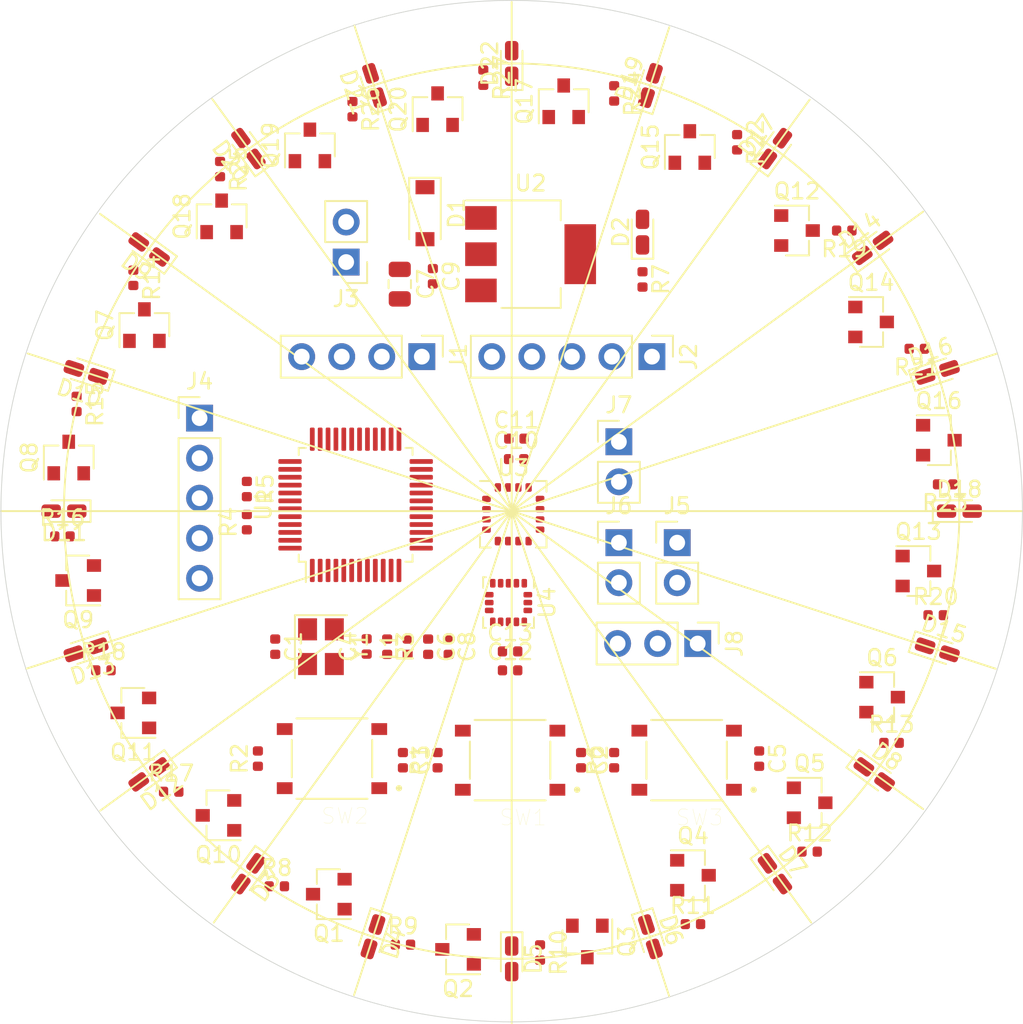
<source format=kicad_pcb>
(kicad_pcb (version 20171130) (host pcbnew "(5.1.5)-3")
  (layers (0 F.Cu signal) (31 B.Cu signal) (34 B.Paste user) (35 F.Paste user) (36 B.SilkS user) (37 F.SilkS user) (38 B.Mask user) (39 F.Mask user) (44 Edge.Cuts user))
  (net 0 "")
  (net 1 GND)
  (net 2 /HSE_IN)
  (net 3 /NRST)
  (net 4 /BOOT0)
  (net 5 "Net-(C4-Pad1)")
  (net 6 /SW1)
  (net 7 +3.3VA)
  (net 8 "Net-(C7-Pad1)")
  (net 9 +3V3)
  (net 10 VCC)
  (net 11 "Net-(D2-Pad1)")
  (net 12 "Net-(D3-Pad1)")
  (net 13 "Net-(D4-Pad1)")
  (net 14 "Net-(D5-Pad1)")
  (net 15 "Net-(D6-Pad1)")
  (net 16 "Net-(D7-Pad1)")
  (net 17 "Net-(D8-Pad1)")
  (net 18 "Net-(D9-Pad1)")
  (net 19 "Net-(D10-Pad1)")
  (net 20 "Net-(D11-Pad1)")
  (net 21 "Net-(D12-Pad1)")
  (net 22 "Net-(D13-Pad1)")
  (net 23 "Net-(D14-Pad1)")
  (net 24 "Net-(D15-Pad1)")
  (net 25 "Net-(D16-Pad1)")
  (net 26 "Net-(D17-Pad1)")
  (net 27 "Net-(D18-Pad1)")
  (net 28 "Net-(D19-Pad1)")
  (net 29 "Net-(D20-Pad1)")
  (net 30 "Net-(D21-Pad1)")
  (net 31 "Net-(D22-Pad1)")
  (net 32 "Net-(J1-Pad2)")
  (net 33 "Net-(J1-Pad1)")
  (net 34 /IO5)
  (net 35 /IO4)
  (net 36 /IO3)
  (net 37 /IO2)
  (net 38 /IO1)
  (net 39 /SWDIO)
  (net 40 "Net-(J4-Pad3)")
  (net 41 /SWCLK)
  (net 42 "Net-(J4-Pad1)")
  (net 43 /ADC2)
  (net 44 /ADC1)
  (net 45 "Net-(J6-Pad2)")
  (net 46 "Net-(J6-Pad1)")
  (net 47 "Net-(J7-Pad2)")
  (net 48 "Net-(J7-Pad1)")
  (net 49 "Net-(J8-Pad3)")
  (net 50 "Net-(J8-Pad2)")
  (net 51 "Net-(J8-Pad1)")
  (net 52 "Net-(Q1-Pad3)")
  (net 53 /LED1)
  (net 54 "Net-(Q2-Pad3)")
  (net 55 /LED2)
  (net 56 "Net-(Q3-Pad3)")
  (net 57 /LED3)
  (net 58 "Net-(Q4-Pad3)")
  (net 59 /LED4)
  (net 60 "Net-(Q5-Pad3)")
  (net 61 /LED5)
  (net 62 "Net-(Q6-Pad3)")
  (net 63 /LED6)
  (net 64 "Net-(Q7-Pad3)")
  (net 65 /LED7)
  (net 66 "Net-(Q8-Pad3)")
  (net 67 /LED8)
  (net 68 "Net-(Q9-Pad3)")
  (net 69 /LED9)
  (net 70 "Net-(Q10-Pad3)")
  (net 71 /LED10)
  (net 72 "Net-(Q11-Pad3)")
  (net 73 /LED11)
  (net 74 "Net-(Q12-Pad3)")
  (net 75 /LED12)
  (net 76 "Net-(Q13-Pad3)")
  (net 77 /LED13)
  (net 78 "Net-(Q14-Pad3)")
  (net 79 /LED14)
  (net 80 "Net-(Q15-Pad3)")
  (net 81 /LED15)
  (net 82 "Net-(Q16-Pad3)")
  (net 83 /LED16)
  (net 84 "Net-(Q17-Pad3)")
  (net 85 /LED17)
  (net 86 "Net-(Q18-Pad3)")
  (net 87 /LED18)
  (net 88 "Net-(Q19-Pad3)")
  (net 89 /LED19)
  (net 90 "Net-(Q20-Pad3)")
  (net 91 /LED20)
  (net 92 /HSE_OUT)
  (net 93 /SDA)
  (net 94 /SCL)
  (net 95 /MOSI)
  (net 96 /MISO)
  (net 97 /SCK)
  (net 98 /CS1)
  (net 99 /CS2)
  (net 100 "Net-(U4-Pad3)")
  (net 101 "Net-(U4-Pad2)")
  (module Crystal:Crystal_SMD_3225-4Pin_3.2x2.5mm (layer F.Cu) (at 108.8 129.6 270)
    (fp_text reference Y1 (at 0 -2.45 90) (layer F.SilkS))
    (fp_text value 16MHz)
    (pad 4 smd rect (at -1.1 -0.85 270) (size 1.4 1.2) (layers F.Cu F.Paste F.Mask) (net 1 GND))
    (pad 3 smd rect (at 1.1 -0.85 270) (size 1.4 1.2) (layers F.Cu F.Paste F.Mask) (net 5 "Net-(C4-Pad1)"))
    (pad 2 smd rect (at 1.1 0.85 270) (size 1.4 1.2) (layers F.Cu F.Paste F.Mask) (net 1 GND))
    (pad 1 smd rect (at -1.1 0.85 270) (size 1.4 1.2) (layers F.Cu F.Paste F.Mask) (net 2 /HSE_IN))
  )
  (module Package_LGA:LGA-16_3x3mm_P0.5mm_LayoutBorder3x5y (layer F.Cu) (at 120.7 126.8 270)
    (fp_text reference U4 (at 0 -2.45 90) (layer F.SilkS))
    (fp_text value LIS3DH)
    (pad 16 smd roundrect (at -0.5 -1.225 270) (size 0.35 0.55) (layers F.Cu F.Paste F.Mask) (net 51 "Net-(J8-Pad1)"))
    (pad 15 smd roundrect (at 0 -1.225 270) (size 0.35 0.55) (layers F.Cu F.Paste F.Mask) (net 50 "Net-(J8-Pad2)"))
    (pad 14 smd roundrect (at 0.5 -1.225 270) (size 0.35 0.55) (layers F.Cu F.Paste F.Mask) (net 9 +3V3))
    (pad 13 smd roundrect (at 1.225 -1 270) (size 0.55 0.35) (layers F.Cu F.Paste F.Mask) (net 49 "Net-(J8-Pad3)"))
    (pad 12 smd roundrect (at 1.225 -0.5 270) (size 0.55 0.35) (layers F.Cu F.Paste F.Mask) (net 1 GND))
    (pad 11 smd roundrect (at 1.225 0 270) (size 0.55 0.35) (layers F.Cu F.Paste F.Mask) (net 45 "Net-(J6-Pad2)"))
    (pad 10 smd roundrect (at 1.225 0.5 270) (size 0.55 0.35) (layers F.Cu F.Paste F.Mask) (net 1 GND))
    (pad 9 smd roundrect (at 1.225 1 270) (size 0.55 0.35) (layers F.Cu F.Paste F.Mask) (net 46 "Net-(J6-Pad1)"))
    (pad 8 smd roundrect (at 0.5 1.225 270) (size 0.35 0.55) (layers F.Cu F.Paste F.Mask) (net 98 /CS1))
    (pad 7 smd roundrect (at 0 1.225 270) (size 0.35 0.55) (layers F.Cu F.Paste F.Mask) (net 96 /MISO))
    (pad 6 smd roundrect (at -0.5 1.225 270) (size 0.35 0.55) (layers F.Cu F.Paste F.Mask) (net 95 /MOSI))
    (pad 5 smd roundrect (at -1.225 1 270) (size 0.55 0.35) (layers F.Cu F.Paste F.Mask) (net 1 GND))
    (pad 4 smd roundrect (at -1.225 0.5 270) (size 0.55 0.35) (layers F.Cu F.Paste F.Mask) (net 97 /SCK))
    (pad 3 smd roundrect (at -1.225 0 270) (size 0.55 0.35) (layers F.Cu F.Paste F.Mask) (net 100 "Net-(U4-Pad3)"))
    (pad 2 smd roundrect (at -1.225 -0.5 270) (size 0.55 0.35) (layers F.Cu F.Paste F.Mask) (net 101 "Net-(U4-Pad2)"))
    (pad 1 smd roundrect (at -1.225 -1 270) (size 0.55 0.35) (layers F.Cu F.Paste F.Mask) (net 7 +3.3VA))
  )
  (module Package_LGA:LGA-16_4x4mm_P0.65mm_LayoutBorder4x4y (layer F.Cu) (at 121 121.2)
    (fp_text reference U3 (at 0 -2.95) (layer F.SilkS))
    (fp_text value L3GD20)
    (pad 16 smd roundrect (at -0.975 -1.7) (size 0.4 0.55) (layers F.Cu F.Paste F.Mask) (net 9 +3V3))
    (pad 15 smd roundrect (at -0.325 -1.7) (size 0.4 0.55) (layers F.Cu F.Paste F.Mask) (net 9 +3V3))
    (pad 14 smd roundrect (at 0.325 -1.7) (size 0.4 0.55) (layers F.Cu F.Paste F.Mask) (net 1 GND))
    (pad 13 smd roundrect (at 0.975 -1.7) (size 0.4 0.55) (layers F.Cu F.Paste F.Mask) (net 1 GND))
    (pad 12 smd roundrect (at 1.7 -0.975) (size 0.55 0.4) (layers F.Cu F.Paste F.Mask) (net 1 GND))
    (pad 11 smd roundrect (at 1.7 -0.325) (size 0.55 0.4) (layers F.Cu F.Paste F.Mask) (net 1 GND))
    (pad 10 smd roundrect (at 1.7 0.325) (size 0.55 0.4) (layers F.Cu F.Paste F.Mask) (net 1 GND))
    (pad 9 smd roundrect (at 1.7 0.975) (size 0.55 0.4) (layers F.Cu F.Paste F.Mask) (net 1 GND))
    (pad 8 smd roundrect (at 0.975 1.7) (size 0.4 0.55) (layers F.Cu F.Paste F.Mask) (net 1 GND))
    (pad 7 smd roundrect (at 0.325 1.7) (size 0.4 0.55) (layers F.Cu F.Paste F.Mask) (net 48 "Net-(J7-Pad1)"))
    (pad 6 smd roundrect (at -0.325 1.7) (size 0.4 0.55) (layers F.Cu F.Paste F.Mask) (net 47 "Net-(J7-Pad2)"))
    (pad 5 smd roundrect (at -0.975 1.7) (size 0.4 0.55) (layers F.Cu F.Paste F.Mask) (net 99 /CS2))
    (pad 4 smd roundrect (at -1.7 0.975) (size 0.55 0.4) (layers F.Cu F.Paste F.Mask) (net 96 /MISO))
    (pad 3 smd roundrect (at -1.7 0.325) (size 0.55 0.4) (layers F.Cu F.Paste F.Mask) (net 95 /MOSI))
    (pad 2 smd roundrect (at -1.7 -0.325) (size 0.55 0.4) (layers F.Cu F.Paste F.Mask) (net 97 /SCK))
    (pad 1 smd roundrect (at -1.7 -0.975) (size 0.55 0.4) (layers F.Cu F.Paste F.Mask) (net 7 +3.3VA))
  )
  (module Package_TO_SOT_SMD:SOT-223-3_TabPin2 (layer F.Cu) (at 122.1 104.7)
    (fp_text reference U2 (at 0 -4.5) (layer F.SilkS))
    (fp_text value AMS1117-3.3)
    (pad 1 smd rect (at -3.15 -2.3) (size 2 1.5) (layers F.Cu F.Paste F.Mask) (net 1 GND))
    (pad 3 smd rect (at -3.15 2.3) (size 2 1.5) (layers F.Cu F.Paste F.Mask) (net 8 "Net-(C7-Pad1)"))
    (pad 2 smd rect (at -3.15 0) (size 2 1.5) (layers F.Cu F.Paste F.Mask) (net 9 +3V3))
    (pad 2 smd rect (at 3.15 0) (size 2 3.8) (layers F.Cu F.Paste F.Mask) (net 9 +3V3))
  )
  (module Package_QFP:LQFP-48_7x7mm_P0.5mm (layer F.Cu) (at 111 120.6 90)
    (fp_text reference U1 (at 0 -5.85 90) (layer F.SilkS))
    (fp_text value STM32F030C8Tx)
    (pad 48 smd roundrect (at -2.75 -4.1625 90) (size 0.3 1.475) (layers F.Cu F.Paste F.Mask) (net 9 +3V3))
    (pad 47 smd roundrect (at -2.25 -4.1625 90) (size 0.3 1.475) (layers F.Cu F.Paste F.Mask) (net 1 GND))
    (pad 46 smd roundrect (at -1.75 -4.1625 90) (size 0.3 1.475) (layers F.Cu F.Paste F.Mask) (net 73 /LED11))
    (pad 45 smd roundrect (at -1.25 -4.1625 90) (size 0.3 1.475) (layers F.Cu F.Paste F.Mask) (net 71 /LED10))
    (pad 44 smd roundrect (at -0.75 -4.1625 90) (size 0.3 1.475) (layers F.Cu F.Paste F.Mask) (net 4 /BOOT0))
    (pad 43 smd roundrect (at -0.25 -4.1625 90) (size 0.3 1.475) (layers F.Cu F.Paste F.Mask) (net 93 /SDA))
    (pad 42 smd roundrect (at 0.25 -4.1625 90) (size 0.3 1.475) (layers F.Cu F.Paste F.Mask) (net 94 /SCL))
    (pad 41 smd roundrect (at 0.75 -4.1625 90) (size 0.3 1.475) (layers F.Cu F.Paste F.Mask) (net 69 /LED9))
    (pad 40 smd roundrect (at 1.25 -4.1625 90) (size 0.3 1.475) (layers F.Cu F.Paste F.Mask) (net 67 /LED8))
    (pad 39 smd roundrect (at 1.75 -4.1625 90) (size 0.3 1.475) (layers F.Cu F.Paste F.Mask) (net 65 /LED7))
    (pad 38 smd roundrect (at 2.25 -4.1625 90) (size 0.3 1.475) (layers F.Cu F.Paste F.Mask) (net 87 /LED18))
    (pad 37 smd roundrect (at 2.75 -4.1625 90) (size 0.3 1.475) (layers F.Cu F.Paste F.Mask) (net 41 /SWCLK))
    (pad 36 smd roundrect (at 4.1625 -2.75 90) (size 1.475 0.3) (layers F.Cu F.Paste F.Mask) (net 37 /IO2))
    (pad 35 smd roundrect (at 4.1625 -2.25 90) (size 1.475 0.3) (layers F.Cu F.Paste F.Mask) (net 38 /IO1))
    (pad 34 smd roundrect (at 4.1625 -1.75 90) (size 1.475 0.3) (layers F.Cu F.Paste F.Mask) (net 39 /SWDIO))
    (pad 33 smd roundrect (at 4.1625 -1.25 90) (size 1.475 0.3) (layers F.Cu F.Paste F.Mask) (net 89 /LED19))
    (pad 32 smd roundrect (at 4.1625 -0.75 90) (size 1.475 0.3) (layers F.Cu F.Paste F.Mask) (net 91 /LED20))
    (pad 31 smd roundrect (at 4.1625 -0.25 90) (size 1.475 0.3) (layers F.Cu F.Paste F.Mask) (net 34 /IO5))
    (pad 30 smd roundrect (at 4.1625 0.25 90) (size 1.475 0.3) (layers F.Cu F.Paste F.Mask) (net 35 /IO4))
    (pad 29 smd roundrect (at 4.1625 0.75 90) (size 1.475 0.3) (layers F.Cu F.Paste F.Mask) (net 36 /IO3))
    (pad 28 smd roundrect (at 4.1625 1.25 90) (size 1.475 0.3) (layers F.Cu F.Paste F.Mask) (net 85 /LED17))
    (pad 27 smd roundrect (at 4.1625 1.75 90) (size 1.475 0.3) (layers F.Cu F.Paste F.Mask) (net 83 /LED16))
    (pad 26 smd roundrect (at 4.1625 2.25 90) (size 1.475 0.3) (layers F.Cu F.Paste F.Mask) (net 81 /LED15))
    (pad 25 smd roundrect (at 4.1625 2.75 90) (size 1.475 0.3) (layers F.Cu F.Paste F.Mask) (net 79 /LED14))
    (pad 24 smd roundrect (at 2.75 4.1625 90) (size 0.3 1.475) (layers F.Cu F.Paste F.Mask) (net 9 +3V3))
    (pad 23 smd roundrect (at 2.25 4.1625 90) (size 0.3 1.475) (layers F.Cu F.Paste F.Mask) (net 1 GND))
    (pad 22 smd roundrect (at 1.75 4.1625 90) (size 0.3 1.475) (layers F.Cu F.Paste F.Mask) (net 77 /LED13))
    (pad 21 smd roundrect (at 1.25 4.1625 90) (size 0.3 1.475) (layers F.Cu F.Paste F.Mask) (net 75 /LED12))
    (pad 20 smd roundrect (at 0.75 4.1625 90) (size 0.3 1.475) (layers F.Cu F.Paste F.Mask) (net 63 /LED6))
    (pad 19 smd roundrect (at 0.25 4.1625 90) (size 0.3 1.475) (layers F.Cu F.Paste F.Mask) (net 61 /LED5))
    (pad 18 smd roundrect (at -0.25 4.1625 90) (size 0.3 1.475) (layers F.Cu F.Paste F.Mask) (net 59 /LED4))
    (pad 17 smd roundrect (at -0.75 4.1625 90) (size 0.3 1.475) (layers F.Cu F.Paste F.Mask) (net 95 /MOSI))
    (pad 16 smd roundrect (at -1.25 4.1625 90) (size 0.3 1.475) (layers F.Cu F.Paste F.Mask) (net 96 /MISO))
    (pad 15 smd roundrect (at -1.75 4.1625 90) (size 0.3 1.475) (layers F.Cu F.Paste F.Mask) (net 97 /SCK))
    (pad 14 smd roundrect (at -2.25 4.1625 90) (size 0.3 1.475) (layers F.Cu F.Paste F.Mask) (net 98 /CS1))
    (pad 13 smd roundrect (at -2.75 4.1625 90) (size 0.3 1.475) (layers F.Cu F.Paste F.Mask) (net 99 /CS2))
    (pad 12 smd roundrect (at -4.1625 2.75 90) (size 1.475 0.3) (layers F.Cu F.Paste F.Mask) (net 6 /SW1))
    (pad 11 smd roundrect (at -4.1625 2.25 90) (size 1.475 0.3) (layers F.Cu F.Paste F.Mask) (net 43 /ADC2))
    (pad 10 smd roundrect (at -4.1625 1.75 90) (size 1.475 0.3) (layers F.Cu F.Paste F.Mask) (net 44 /ADC1))
    (pad 9 smd roundrect (at -4.1625 1.25 90) (size 1.475 0.3) (layers F.Cu F.Paste F.Mask) (net 7 +3.3VA))
    (pad 8 smd roundrect (at -4.1625 0.75 90) (size 1.475 0.3) (layers F.Cu F.Paste F.Mask) (net 1 GND))
    (pad 7 smd roundrect (at -4.1625 0.25 90) (size 1.475 0.3) (layers F.Cu F.Paste F.Mask) (net 3 /NRST))
    (pad 6 smd roundrect (at -4.1625 -0.25 90) (size 1.475 0.3) (layers F.Cu F.Paste F.Mask) (net 92 /HSE_OUT))
    (pad 5 smd roundrect (at -4.1625 -0.75 90) (size 1.475 0.3) (layers F.Cu F.Paste F.Mask) (net 2 /HSE_IN))
    (pad 4 smd roundrect (at -4.1625 -1.25 90) (size 1.475 0.3) (layers F.Cu F.Paste F.Mask) (net 57 /LED3))
    (pad 3 smd roundrect (at -4.1625 -1.75 90) (size 1.475 0.3) (layers F.Cu F.Paste F.Mask) (net 55 /LED2))
    (pad 2 smd roundrect (at -4.1625 -2.25 90) (size 1.475 0.3) (layers F.Cu F.Paste F.Mask) (net 53 /LED1))
    (pad 1 smd roundrect (at -4.1625 -2.75 90) (size 1.475 0.3) (layers F.Cu F.Paste F.Mask) (net 9 +3V3))
  )
  (module LCSC:SW_TS-1187A-B-A-B (layer F.Cu) (at 132 136.8 180)
    (fp_text reference SW3 (at -0.825 -3.635) (layer F.SilkS) (effects (font (thickness 0.015))))
    (fp_text value SPT)
    (pad D smd rect (at 3 1.875 180) (size 1 0.75) (layers F.Cu F.Paste F.Mask) (net 6 /SW1))
    (pad C smd rect (at -3 1.875 180) (size 1 0.75) (layers F.Cu F.Paste F.Mask) (net 6 /SW1))
    (pad B smd rect (at 3 -1.875 180) (size 1 0.75) (layers F.Cu F.Paste F.Mask) (net 1 GND))
    (pad A smd rect (at -3 -1.875 180) (size 1 0.75) (layers F.Cu F.Paste F.Mask) (net 1 GND))
  )
  (module LCSC:SW_TS-1187A-B-A-B (layer F.Cu) (at 109.5 136.7 180)
    (fp_text reference SW2 (at -0.825 -3.635) (layer F.SilkS) (effects (font (thickness 0.015))))
    (fp_text value SPT)
    (pad D smd rect (at 3 1.875 180) (size 1 0.75) (layers F.Cu F.Paste F.Mask) (net 4 /BOOT0))
    (pad C smd rect (at -3 1.875 180) (size 1 0.75) (layers F.Cu F.Paste F.Mask) (net 4 /BOOT0))
    (pad B smd rect (at 3 -1.875 180) (size 1 0.75) (layers F.Cu F.Paste F.Mask) (net 1 GND))
    (pad A smd rect (at -3 -1.875 180) (size 1 0.75) (layers F.Cu F.Paste F.Mask) (net 1 GND))
  )
  (module LCSC:SW_TS-1187A-B-A-B (layer F.Cu) (at 120.8 136.8 180)
    (fp_text reference SW1 (at -0.825 -3.635) (layer F.SilkS) (effects (font (thickness 0.015))))
    (fp_text value SPT)
    (pad D smd rect (at 3 1.875 180) (size 1 0.75) (layers F.Cu F.Paste F.Mask) (net 3 /NRST))
    (pad C smd rect (at -3 1.875 180) (size 1 0.75) (layers F.Cu F.Paste F.Mask) (net 3 /NRST))
    (pad B smd rect (at 3 -1.875 180) (size 1 0.75) (layers F.Cu F.Paste F.Mask) (net 1 GND))
    (pad A smd rect (at -3 -1.875 180) (size 1 0.75) (layers F.Cu F.Paste F.Mask) (net 1 GND))
  )
  (module Resistor_SMD:R_0402_1005Metric (layer F.Cu) (at 119.1 93.5 270)
    (fp_text reference R27 (at 0 -1.17 90) (layer F.SilkS))
    (fp_text value 75)
    (pad 2 smd roundrect (at 0.485 0 270) (size 0.59 0.64) (layers F.Cu F.Paste F.Mask) (net 90 "Net-(Q20-Pad3)"))
    (pad 1 smd roundrect (at -0.485 0 270) (size 0.59 0.64) (layers F.Cu F.Paste F.Mask) (net 31 "Net-(D22-Pad1)"))
  )
  (module Resistor_SMD:R_0402_1005Metric (layer F.Cu) (at 110.8 95.5 270)
    (fp_text reference R26 (at 0 -1.17 90) (layer F.SilkS))
    (fp_text value 75)
    (pad 2 smd roundrect (at 0.485 0 270) (size 0.59 0.64) (layers F.Cu F.Paste F.Mask) (net 88 "Net-(Q19-Pad3)"))
    (pad 1 smd roundrect (at -0.485 0 270) (size 0.59 0.64) (layers F.Cu F.Paste F.Mask) (net 30 "Net-(D21-Pad1)"))
  )
  (module Resistor_SMD:R_0402_1005Metric (layer F.Cu) (at 102.4 99.3 270)
    (fp_text reference R25 (at 0 -1.17 90) (layer F.SilkS))
    (fp_text value 75)
    (pad 2 smd roundrect (at 0.485 0 270) (size 0.59 0.64) (layers F.Cu F.Paste F.Mask) (net 86 "Net-(Q18-Pad3)"))
    (pad 1 smd roundrect (at -0.485 0 270) (size 0.59 0.64) (layers F.Cu F.Paste F.Mask) (net 29 "Net-(D20-Pad1)"))
  )
  (module Resistor_SMD:R_0402_1005Metric (layer F.Cu) (at 127.4 94.5 270)
    (fp_text reference R24 (at 0 -1.17 90) (layer F.SilkS))
    (fp_text value 75)
    (pad 2 smd roundrect (at 0.485 0 270) (size 0.59 0.64) (layers F.Cu F.Paste F.Mask) (net 84 "Net-(Q17-Pad3)"))
    (pad 1 smd roundrect (at -0.485 0 270) (size 0.59 0.64) (layers F.Cu F.Paste F.Mask) (net 28 "Net-(D19-Pad1)"))
  )
  (module Resistor_SMD:R_0402_1005Metric (layer F.Cu) (at 148.4 119.3 180)
    (fp_text reference R23 (at 0 -1.17) (layer F.SilkS))
    (fp_text value 75)
    (pad 2 smd roundrect (at 0.485 0 180) (size 0.59 0.64) (layers F.Cu F.Paste F.Mask) (net 82 "Net-(Q16-Pad3)"))
    (pad 1 smd roundrect (at -0.485 0 180) (size 0.59 0.64) (layers F.Cu F.Paste F.Mask) (net 27 "Net-(D18-Pad1)"))
  )
  (module Resistor_SMD:R_0402_1005Metric (layer F.Cu) (at 135.2 97.6 270)
    (fp_text reference R22 (at 0 -1.17 90) (layer F.SilkS))
    (fp_text value 75)
    (pad 2 smd roundrect (at 0.485 0 270) (size 0.59 0.64) (layers F.Cu F.Paste F.Mask) (net 80 "Net-(Q15-Pad3)"))
    (pad 1 smd roundrect (at -0.485 0 270) (size 0.59 0.64) (layers F.Cu F.Paste F.Mask) (net 26 "Net-(D17-Pad1)"))
  )
  (module Resistor_SMD:R_0402_1005Metric (layer F.Cu) (at 146.6 110.7 180)
    (fp_text reference R21 (at 0 -1.17) (layer F.SilkS))
    (fp_text value 75)
    (pad 2 smd roundrect (at 0.485 0 180) (size 0.59 0.64) (layers F.Cu F.Paste F.Mask) (net 78 "Net-(Q14-Pad3)"))
    (pad 1 smd roundrect (at -0.485 0 180) (size 0.59 0.64) (layers F.Cu F.Paste F.Mask) (net 25 "Net-(D16-Pad1)"))
  )
  (module Resistor_SMD:R_0402_1005Metric (layer F.Cu) (at 147.8 127.6)
    (fp_text reference R20 (at 0 -1.17) (layer F.SilkS))
    (fp_text value 75)
    (pad 2 smd roundrect (at 0.485 0) (size 0.59 0.64) (layers F.Cu F.Paste F.Mask) (net 76 "Net-(Q13-Pad3)"))
    (pad 1 smd roundrect (at -0.485 0) (size 0.59 0.64) (layers F.Cu F.Paste F.Mask) (net 24 "Net-(D15-Pad1)"))
  )
  (module Resistor_SMD:R_0402_1005Metric (layer F.Cu) (at 142 103.2 180)
    (fp_text reference R19 (at 0 -1.17) (layer F.SilkS))
    (fp_text value 75)
    (pad 2 smd roundrect (at 0.485 0 180) (size 0.59 0.64) (layers F.Cu F.Paste F.Mask) (net 74 "Net-(Q12-Pad3)"))
    (pad 1 smd roundrect (at -0.485 0 180) (size 0.59 0.64) (layers F.Cu F.Paste F.Mask) (net 23 "Net-(D14-Pad1)"))
  )
  (module Resistor_SMD:R_0402_1005Metric (layer F.Cu) (at 95 131.1)
    (fp_text reference R18 (at 0 -1.17) (layer F.SilkS))
    (fp_text value 75)
    (pad 2 smd roundrect (at 0.485 0) (size 0.59 0.64) (layers F.Cu F.Paste F.Mask) (net 72 "Net-(Q11-Pad3)"))
    (pad 1 smd roundrect (at -0.485 0) (size 0.59 0.64) (layers F.Cu F.Paste F.Mask) (net 22 "Net-(D13-Pad1)"))
  )
  (module Resistor_SMD:R_0402_1005Metric (layer F.Cu) (at 99.3 138.8)
    (fp_text reference R17 (at 0 -1.17) (layer F.SilkS))
    (fp_text value 75)
    (pad 2 smd roundrect (at 0.485 0) (size 0.59 0.64) (layers F.Cu F.Paste F.Mask) (net 70 "Net-(Q10-Pad3)"))
    (pad 1 smd roundrect (at -0.485 0) (size 0.59 0.64) (layers F.Cu F.Paste F.Mask) (net 21 "Net-(D12-Pad1)"))
  )
  (module Resistor_SMD:R_0402_1005Metric (layer F.Cu) (at 92.4 122.6)
    (fp_text reference R16 (at 0 -1.17) (layer F.SilkS))
    (fp_text value 75)
    (pad 2 smd roundrect (at 0.485 0) (size 0.59 0.64) (layers F.Cu F.Paste F.Mask) (net 68 "Net-(Q9-Pad3)"))
    (pad 1 smd roundrect (at -0.485 0) (size 0.59 0.64) (layers F.Cu F.Paste F.Mask) (net 20 "Net-(D11-Pad1)"))
  )
  (module Resistor_SMD:R_0402_1005Metric (layer F.Cu) (at 93.3 114.2 270)
    (fp_text reference R15 (at 0 -1.17 90) (layer F.SilkS))
    (fp_text value 75)
    (pad 2 smd roundrect (at 0.485 0 270) (size 0.59 0.64) (layers F.Cu F.Paste F.Mask) (net 66 "Net-(Q8-Pad3)"))
    (pad 1 smd roundrect (at -0.485 0 270) (size 0.59 0.64) (layers F.Cu F.Paste F.Mask) (net 19 "Net-(D10-Pad1)"))
  )
  (module Resistor_SMD:R_0402_1005Metric (layer F.Cu) (at 96.9 106.2 270)
    (fp_text reference R14 (at 0 -1.17 90) (layer F.SilkS))
    (fp_text value 75)
    (pad 2 smd roundrect (at 0.485 0 270) (size 0.59 0.64) (layers F.Cu F.Paste F.Mask) (net 64 "Net-(Q7-Pad3)"))
    (pad 1 smd roundrect (at -0.485 0 270) (size 0.59 0.64) (layers F.Cu F.Paste F.Mask) (net 18 "Net-(D9-Pad1)"))
  )
  (module Resistor_SMD:R_0402_1005Metric (layer F.Cu) (at 145 135.7)
    (fp_text reference R13 (at 0 -1.17) (layer F.SilkS))
    (fp_text value 75)
    (pad 2 smd roundrect (at 0.485 0) (size 0.59 0.64) (layers F.Cu F.Paste F.Mask) (net 62 "Net-(Q6-Pad3)"))
    (pad 1 smd roundrect (at -0.485 0) (size 0.59 0.64) (layers F.Cu F.Paste F.Mask) (net 17 "Net-(D8-Pad1)"))
  )
  (module Resistor_SMD:R_0402_1005Metric (layer F.Cu) (at 139.8 142.6)
    (fp_text reference R12 (at 0 -1.17) (layer F.SilkS))
    (fp_text value 75)
    (pad 2 smd roundrect (at 0.485 0) (size 0.59 0.64) (layers F.Cu F.Paste F.Mask) (net 60 "Net-(Q5-Pad3)"))
    (pad 1 smd roundrect (at -0.485 0) (size 0.59 0.64) (layers F.Cu F.Paste F.Mask) (net 16 "Net-(D7-Pad1)"))
  )
  (module Resistor_SMD:R_0402_1005Metric (layer F.Cu) (at 132.4 147.2)
    (fp_text reference R11 (at 0 -1.17) (layer F.SilkS))
    (fp_text value 75)
    (pad 2 smd roundrect (at 0.485 0) (size 0.59 0.64) (layers F.Cu F.Paste F.Mask) (net 58 "Net-(Q4-Pad3)"))
    (pad 1 smd roundrect (at -0.485 0) (size 0.59 0.64) (layers F.Cu F.Paste F.Mask) (net 15 "Net-(D6-Pad1)"))
  )
  (module Resistor_SMD:R_0402_1005Metric (layer F.Cu) (at 122.7 149 270)
    (fp_text reference R10 (at 0 -1.17 90) (layer F.SilkS))
    (fp_text value 75)
    (pad 2 smd roundrect (at 0.485 0 270) (size 0.59 0.64) (layers F.Cu F.Paste F.Mask) (net 56 "Net-(Q3-Pad3)"))
    (pad 1 smd roundrect (at -0.485 0 270) (size 0.59 0.64) (layers F.Cu F.Paste F.Mask) (net 14 "Net-(D5-Pad1)"))
  )
  (module Resistor_SMD:R_0402_1005Metric (layer F.Cu) (at 114 148.5)
    (fp_text reference R9 (at 0 -1.17) (layer F.SilkS))
    (fp_text value 75)
    (pad 2 smd roundrect (at 0.485 0) (size 0.59 0.64) (layers F.Cu F.Paste F.Mask) (net 54 "Net-(Q2-Pad3)"))
    (pad 1 smd roundrect (at -0.485 0) (size 0.59 0.64) (layers F.Cu F.Paste F.Mask) (net 13 "Net-(D4-Pad1)"))
  )
  (module Resistor_SMD:R_0402_1005Metric (layer F.Cu) (at 106 144.8)
    (fp_text reference R8 (at 0 -1.17) (layer F.SilkS))
    (fp_text value 75)
    (pad 2 smd roundrect (at 0.485 0) (size 0.59 0.64) (layers F.Cu F.Paste F.Mask) (net 52 "Net-(Q1-Pad3)"))
    (pad 1 smd roundrect (at -0.485 0) (size 0.59 0.64) (layers F.Cu F.Paste F.Mask) (net 12 "Net-(D3-Pad1)"))
  )
  (module Resistor_SMD:R_0402_1005Metric (layer F.Cu) (at 129.2 106.3 270)
    (fp_text reference R7 (at 0 -1.17 90) (layer F.SilkS))
    (fp_text value 75)
    (pad 2 smd roundrect (at 0.485 0 270) (size 0.59 0.64) (layers F.Cu F.Paste F.Mask) (net 1 GND))
    (pad 1 smd roundrect (at -0.485 0 270) (size 0.59 0.64) (layers F.Cu F.Paste F.Mask) (net 11 "Net-(D2-Pad1)"))
  )
  (module Resistor_SMD:R_0402_1005Metric (layer F.Cu) (at 127.4 136.8 90)
    (fp_text reference R6 (at 0 -1.17 90) (layer F.SilkS))
    (fp_text value 1k)
    (pad 2 smd roundrect (at 0.485 0 90) (size 0.59 0.64) (layers F.Cu F.Paste F.Mask) (net 6 /SW1))
    (pad 1 smd roundrect (at -0.485 0 90) (size 0.59 0.64) (layers F.Cu F.Paste F.Mask) (net 9 +3V3))
  )
  (module Resistor_SMD:R_0402_1005Metric (layer F.Cu) (at 104.1 119.6 270)
    (fp_text reference R5 (at 0 -1.17 90) (layer F.SilkS))
    (fp_text value 10k)
    (pad 2 smd roundrect (at 0.485 0 270) (size 0.59 0.64) (layers F.Cu F.Paste F.Mask) (net 94 /SCL))
    (pad 1 smd roundrect (at -0.485 0 270) (size 0.59 0.64) (layers F.Cu F.Paste F.Mask) (net 9 +3V3))
  )
  (module Resistor_SMD:R_0402_1005Metric (layer F.Cu) (at 104.1 121.7 90)
    (fp_text reference R4 (at 0 -1.17 90) (layer F.SilkS))
    (fp_text value 10k)
    (pad 2 smd roundrect (at 0.485 0 90) (size 0.59 0.64) (layers F.Cu F.Paste F.Mask) (net 93 /SDA))
    (pad 1 smd roundrect (at -0.485 0 90) (size 0.59 0.64) (layers F.Cu F.Paste F.Mask) (net 9 +3V3))
  )
  (module Resistor_SMD:R_0402_1005Metric (layer F.Cu) (at 113 129.6 270)
    (fp_text reference R3 (at 0 -1.17 90) (layer F.SilkS))
    (fp_text value 47)
    (pad 2 smd roundrect (at 0.485 0 270) (size 0.59 0.64) (layers F.Cu F.Paste F.Mask) (net 5 "Net-(C4-Pad1)"))
    (pad 1 smd roundrect (at -0.485 0 270) (size 0.59 0.64) (layers F.Cu F.Paste F.Mask) (net 92 /HSE_OUT))
  )
  (module Resistor_SMD:R_0402_1005Metric (layer F.Cu) (at 104.8 136.7 90)
    (fp_text reference R2 (at 0 -1.17 90) (layer F.SilkS))
    (fp_text value 1k)
    (pad 2 smd roundrect (at 0.485 0 90) (size 0.59 0.64) (layers F.Cu F.Paste F.Mask) (net 4 /BOOT0))
    (pad 1 smd roundrect (at -0.485 0 90) (size 0.59 0.64) (layers F.Cu F.Paste F.Mask) (net 9 +3V3))
  )
  (module Resistor_SMD:R_0402_1005Metric (layer F.Cu) (at 116.2 136.8 90)
    (fp_text reference R1 (at 0 -1.17 90) (layer F.SilkS))
    (fp_text value 1k)
    (pad 2 smd roundrect (at 0.485 0 90) (size 0.59 0.64) (layers F.Cu F.Paste F.Mask) (net 3 /NRST))
    (pad 1 smd roundrect (at -0.485 0 90) (size 0.59 0.64) (layers F.Cu F.Paste F.Mask) (net 9 +3V3))
  )
  (module Package_TO_SOT_SMD:SOT-23 (layer F.Cu) (at 116.2 95.5 90)
    (fp_text reference Q20 (at 0 -2.5 90) (layer F.SilkS))
    (fp_text value 2N7002)
    (pad 3 smd rect (at 1 0 90) (size 0.9 0.8) (layers F.Cu F.Paste F.Mask) (net 90 "Net-(Q20-Pad3)"))
    (pad 2 smd rect (at -1 0.95 90) (size 0.9 0.8) (layers F.Cu F.Paste F.Mask) (net 1 GND))
    (pad 1 smd rect (at -1 -0.95 90) (size 0.9 0.8) (layers F.Cu F.Paste F.Mask) (net 91 /LED20))
  )
  (module Package_TO_SOT_SMD:SOT-23 (layer F.Cu) (at 108.1 97.8 90)
    (fp_text reference Q19 (at 0 -2.5 90) (layer F.SilkS))
    (fp_text value 2N7002)
    (pad 3 smd rect (at 1 0 90) (size 0.9 0.8) (layers F.Cu F.Paste F.Mask) (net 88 "Net-(Q19-Pad3)"))
    (pad 2 smd rect (at -1 0.95 90) (size 0.9 0.8) (layers F.Cu F.Paste F.Mask) (net 1 GND))
    (pad 1 smd rect (at -1 -0.95 90) (size 0.9 0.8) (layers F.Cu F.Paste F.Mask) (net 89 /LED19))
  )
  (module Package_TO_SOT_SMD:SOT-23 (layer F.Cu) (at 102.5 102.3 90)
    (fp_text reference Q18 (at 0 -2.5 90) (layer F.SilkS))
    (fp_text value 2N7002)
    (pad 3 smd rect (at 1 0 90) (size 0.9 0.8) (layers F.Cu F.Paste F.Mask) (net 86 "Net-(Q18-Pad3)"))
    (pad 2 smd rect (at -1 0.95 90) (size 0.9 0.8) (layers F.Cu F.Paste F.Mask) (net 1 GND))
    (pad 1 smd rect (at -1 -0.95 90) (size 0.9 0.8) (layers F.Cu F.Paste F.Mask) (net 87 /LED18))
  )
  (module Package_TO_SOT_SMD:SOT-23 (layer F.Cu) (at 124.2 95 90)
    (fp_text reference Q17 (at 0 -2.5 90) (layer F.SilkS))
    (fp_text value 2N7002)
    (pad 3 smd rect (at 1 0 90) (size 0.9 0.8) (layers F.Cu F.Paste F.Mask) (net 84 "Net-(Q17-Pad3)"))
    (pad 2 smd rect (at -1 0.95 90) (size 0.9 0.8) (layers F.Cu F.Paste F.Mask) (net 1 GND))
    (pad 1 smd rect (at -1 -0.95 90) (size 0.9 0.8) (layers F.Cu F.Paste F.Mask) (net 85 /LED17))
  )
  (module Package_TO_SOT_SMD:SOT-23 (layer F.Cu) (at 148 116.5)
    (fp_text reference Q16 (at 0 -2.5) (layer F.SilkS))
    (fp_text value 2N7002)
    (pad 3 smd rect (at 1 0) (size 0.9 0.8) (layers F.Cu F.Paste F.Mask) (net 82 "Net-(Q16-Pad3)"))
    (pad 2 smd rect (at -1 0.95) (size 0.9 0.8) (layers F.Cu F.Paste F.Mask) (net 1 GND))
    (pad 1 smd rect (at -1 -0.95) (size 0.9 0.8) (layers F.Cu F.Paste F.Mask) (net 83 /LED16))
  )
  (module Package_TO_SOT_SMD:SOT-23 (layer F.Cu) (at 132.2 97.9 90)
    (fp_text reference Q15 (at 0 -2.5 90) (layer F.SilkS))
    (fp_text value 2N7002)
    (pad 3 smd rect (at 1 0 90) (size 0.9 0.8) (layers F.Cu F.Paste F.Mask) (net 80 "Net-(Q15-Pad3)"))
    (pad 2 smd rect (at -1 0.95 90) (size 0.9 0.8) (layers F.Cu F.Paste F.Mask) (net 1 GND))
    (pad 1 smd rect (at -1 -0.95 90) (size 0.9 0.8) (layers F.Cu F.Paste F.Mask) (net 81 /LED15))
  )
  (module Package_TO_SOT_SMD:SOT-23 (layer F.Cu) (at 143.7 109)
    (fp_text reference Q14 (at 0 -2.5) (layer F.SilkS))
    (fp_text value 2N7002)
    (pad 3 smd rect (at 1 0) (size 0.9 0.8) (layers F.Cu F.Paste F.Mask) (net 78 "Net-(Q14-Pad3)"))
    (pad 2 smd rect (at -1 0.95) (size 0.9 0.8) (layers F.Cu F.Paste F.Mask) (net 1 GND))
    (pad 1 smd rect (at -1 -0.95) (size 0.9 0.8) (layers F.Cu F.Paste F.Mask) (net 79 /LED14))
  )
  (module Package_TO_SOT_SMD:SOT-23 (layer F.Cu) (at 146.7 124.8)
    (fp_text reference Q13 (at 0 -2.5) (layer F.SilkS))
    (fp_text value 2N7002)
    (pad 3 smd rect (at 1 0) (size 0.9 0.8) (layers F.Cu F.Paste F.Mask) (net 76 "Net-(Q13-Pad3)"))
    (pad 2 smd rect (at -1 0.95) (size 0.9 0.8) (layers F.Cu F.Paste F.Mask) (net 1 GND))
    (pad 1 smd rect (at -1 -0.95) (size 0.9 0.8) (layers F.Cu F.Paste F.Mask) (net 77 /LED13))
  )
  (module Package_TO_SOT_SMD:SOT-23 (layer F.Cu) (at 139 103.2)
    (fp_text reference Q12 (at 0 -2.5) (layer F.SilkS))
    (fp_text value 2N7002)
    (pad 3 smd rect (at 1 0) (size 0.9 0.8) (layers F.Cu F.Paste F.Mask) (net 74 "Net-(Q12-Pad3)"))
    (pad 2 smd rect (at -1 0.95) (size 0.9 0.8) (layers F.Cu F.Paste F.Mask) (net 1 GND))
    (pad 1 smd rect (at -1 -0.95) (size 0.9 0.8) (layers F.Cu F.Paste F.Mask) (net 75 /LED12))
  )
  (module Package_TO_SOT_SMD:SOT-23 (layer F.Cu) (at 96.9 133.8 180)
    (fp_text reference Q11 (at 0 -2.5) (layer F.SilkS))
    (fp_text value 2N7002)
    (pad 3 smd rect (at 1 0 180) (size 0.9 0.8) (layers F.Cu F.Paste F.Mask) (net 72 "Net-(Q11-Pad3)"))
    (pad 2 smd rect (at -1 0.95 180) (size 0.9 0.8) (layers F.Cu F.Paste F.Mask) (net 1 GND))
    (pad 1 smd rect (at -1 -0.95 180) (size 0.9 0.8) (layers F.Cu F.Paste F.Mask) (net 73 /LED11))
  )
  (module Package_TO_SOT_SMD:SOT-23 (layer F.Cu) (at 102.3 140.3 180)
    (fp_text reference Q10 (at 0 -2.5) (layer F.SilkS))
    (fp_text value 2N7002)
    (pad 3 smd rect (at 1 0 180) (size 0.9 0.8) (layers F.Cu F.Paste F.Mask) (net 70 "Net-(Q10-Pad3)"))
    (pad 2 smd rect (at -1 0.95 180) (size 0.9 0.8) (layers F.Cu F.Paste F.Mask) (net 1 GND))
    (pad 1 smd rect (at -1 -0.95 180) (size 0.9 0.8) (layers F.Cu F.Paste F.Mask) (net 71 /LED10))
  )
  (module Package_TO_SOT_SMD:SOT-23 (layer F.Cu) (at 93.4 125.4 180)
    (fp_text reference Q9 (at 0 -2.5) (layer F.SilkS))
    (fp_text value 2N7002)
    (pad 3 smd rect (at 1 0 180) (size 0.9 0.8) (layers F.Cu F.Paste F.Mask) (net 68 "Net-(Q9-Pad3)"))
    (pad 2 smd rect (at -1 0.95 180) (size 0.9 0.8) (layers F.Cu F.Paste F.Mask) (net 1 GND))
    (pad 1 smd rect (at -1 -0.95 180) (size 0.9 0.8) (layers F.Cu F.Paste F.Mask) (net 69 /LED9))
  )
  (module Package_TO_SOT_SMD:SOT-23 (layer F.Cu) (at 92.8 117.6 90)
    (fp_text reference Q8 (at 0 -2.5 90) (layer F.SilkS))
    (fp_text value 2N7002)
    (pad 3 smd rect (at 1 0 90) (size 0.9 0.8) (layers F.Cu F.Paste F.Mask) (net 66 "Net-(Q8-Pad3)"))
    (pad 2 smd rect (at -1 0.95 90) (size 0.9 0.8) (layers F.Cu F.Paste F.Mask) (net 1 GND))
    (pad 1 smd rect (at -1 -0.95 90) (size 0.9 0.8) (layers F.Cu F.Paste F.Mask) (net 67 /LED8))
  )
  (module Package_TO_SOT_SMD:SOT-23 (layer F.Cu) (at 97.6 109.2 90)
    (fp_text reference Q7 (at 0 -2.5 90) (layer F.SilkS))
    (fp_text value 2N7002)
    (pad 3 smd rect (at 1 0 90) (size 0.9 0.8) (layers F.Cu F.Paste F.Mask) (net 64 "Net-(Q7-Pad3)"))
    (pad 2 smd rect (at -1 0.95 90) (size 0.9 0.8) (layers F.Cu F.Paste F.Mask) (net 1 GND))
    (pad 1 smd rect (at -1 -0.95 90) (size 0.9 0.8) (layers F.Cu F.Paste F.Mask) (net 65 /LED7))
  )
  (module Package_TO_SOT_SMD:SOT-23 (layer F.Cu) (at 144.4 132.8)
    (fp_text reference Q6 (at 0 -2.5) (layer F.SilkS))
    (fp_text value 2N7002)
    (pad 3 smd rect (at 1 0) (size 0.9 0.8) (layers F.Cu F.Paste F.Mask) (net 62 "Net-(Q6-Pad3)"))
    (pad 2 smd rect (at -1 0.95) (size 0.9 0.8) (layers F.Cu F.Paste F.Mask) (net 1 GND))
    (pad 1 smd rect (at -1 -0.95) (size 0.9 0.8) (layers F.Cu F.Paste F.Mask) (net 63 /LED6))
  )
  (module Package_TO_SOT_SMD:SOT-23 (layer F.Cu) (at 139.8 139.5)
    (fp_text reference Q5 (at 0 -2.5) (layer F.SilkS))
    (fp_text value 2N7002)
    (pad 3 smd rect (at 1 0) (size 0.9 0.8) (layers F.Cu F.Paste F.Mask) (net 60 "Net-(Q5-Pad3)"))
    (pad 2 smd rect (at -1 0.95) (size 0.9 0.8) (layers F.Cu F.Paste F.Mask) (net 1 GND))
    (pad 1 smd rect (at -1 -0.95) (size 0.9 0.8) (layers F.Cu F.Paste F.Mask) (net 61 /LED5))
  )
  (module Package_TO_SOT_SMD:SOT-23 (layer F.Cu) (at 132.4 144.1)
    (fp_text reference Q4 (at 0 -2.5) (layer F.SilkS))
    (fp_text value 2N7002)
    (pad 3 smd rect (at 1 0) (size 0.9 0.8) (layers F.Cu F.Paste F.Mask) (net 58 "Net-(Q4-Pad3)"))
    (pad 2 smd rect (at -1 0.95) (size 0.9 0.8) (layers F.Cu F.Paste F.Mask) (net 1 GND))
    (pad 1 smd rect (at -1 -0.95) (size 0.9 0.8) (layers F.Cu F.Paste F.Mask) (net 59 /LED4))
  )
  (module Package_TO_SOT_SMD:SOT-23 (layer F.Cu) (at 125.7 148.3 270)
    (fp_text reference Q3 (at 0 -2.5 90) (layer F.SilkS))
    (fp_text value 2N7002)
    (pad 3 smd rect (at 1 0 270) (size 0.9 0.8) (layers F.Cu F.Paste F.Mask) (net 56 "Net-(Q3-Pad3)"))
    (pad 2 smd rect (at -1 0.95 270) (size 0.9 0.8) (layers F.Cu F.Paste F.Mask) (net 1 GND))
    (pad 1 smd rect (at -1 -0.95 270) (size 0.9 0.8) (layers F.Cu F.Paste F.Mask) (net 57 /LED3))
  )
  (module Package_TO_SOT_SMD:SOT-23 (layer F.Cu) (at 117.5 148.8 180)
    (fp_text reference Q2 (at 0 -2.5) (layer F.SilkS))
    (fp_text value 2N7002)
    (pad 3 smd rect (at 1 0 180) (size 0.9 0.8) (layers F.Cu F.Paste F.Mask) (net 54 "Net-(Q2-Pad3)"))
    (pad 2 smd rect (at -1 0.95 180) (size 0.9 0.8) (layers F.Cu F.Paste F.Mask) (net 1 GND))
    (pad 1 smd rect (at -1 -0.95 180) (size 0.9 0.8) (layers F.Cu F.Paste F.Mask) (net 55 /LED2))
  )
  (module Package_TO_SOT_SMD:SOT-23 (layer F.Cu) (at 109.3 145.3 180)
    (fp_text reference Q1 (at 0 -2.5) (layer F.SilkS))
    (fp_text value 2N7002)
    (pad 3 smd rect (at 1 0 180) (size 0.9 0.8) (layers F.Cu F.Paste F.Mask) (net 52 "Net-(Q1-Pad3)"))
    (pad 2 smd rect (at -1 0.95 180) (size 0.9 0.8) (layers F.Cu F.Paste F.Mask) (net 1 GND))
    (pad 1 smd rect (at -1 -0.95 180) (size 0.9 0.8) (layers F.Cu F.Paste F.Mask) (net 53 /LED1))
  )
  (module Inductor_SMD:L_0402_1005Metric (layer F.Cu) (at 114.3 129.6 90)
    (fp_text reference L1 (at 0 -1.17 90) (layer F.SilkS))
    (fp_text value 39n)
    (pad 2 smd roundrect (at 0.485 0 90) (size 0.59 0.64) (layers F.Cu F.Paste F.Mask) (net 7 +3.3VA))
    (pad 1 smd roundrect (at -0.485 0 90) (size 0.59 0.64) (layers F.Cu F.Paste F.Mask) (net 9 +3V3))
  )
  (module Connector_PinHeader_2.54mm:PinHeader_1x03_P2.54mm_Vertical (layer F.Cu) (at 132.7 129.4 270)
    (fp_text reference J8 (at 0 -2.33 90) (layer F.SilkS))
    (fp_text value ADC3)
    (pad 3 thru_hole oval (at 0 5.08 270) (size 1.7 1.7) (drill 1) (layers *.Cu *.Mask) (net 49 "Net-(J8-Pad3)"))
    (pad 2 thru_hole oval (at 0 2.54 270) (size 1.7 1.7) (drill 1) (layers *.Cu *.Mask) (net 50 "Net-(J8-Pad2)"))
    (pad 1 thru_hole rect (at 0 0 270) (size 1.7 1.7) (drill 1) (layers *.Cu *.Mask) (net 51 "Net-(J8-Pad1)"))
  )
  (module Connector_PinHeader_2.54mm:PinHeader_1x02_P2.54mm_Vertical (layer F.Cu) (at 127.7 116.6)
    (fp_text reference J7 (at 0 -2.33) (layer F.SilkS))
    (fp_text value INT2)
    (pad 2 thru_hole oval (at 0 2.54) (size 1.7 1.7) (drill 1) (layers *.Cu *.Mask) (net 47 "Net-(J7-Pad2)"))
    (pad 1 thru_hole rect (at 0 0) (size 1.7 1.7) (drill 1) (layers *.Cu *.Mask) (net 48 "Net-(J7-Pad1)"))
  )
  (module Connector_PinHeader_2.54mm:PinHeader_1x02_P2.54mm_Vertical (layer F.Cu) (at 127.7 123)
    (fp_text reference J6 (at 0 -2.33) (layer F.SilkS))
    (fp_text value INT2)
    (pad 2 thru_hole oval (at 0 2.54) (size 1.7 1.7) (drill 1) (layers *.Cu *.Mask) (net 45 "Net-(J6-Pad2)"))
    (pad 1 thru_hole rect (at 0 0) (size 1.7 1.7) (drill 1) (layers *.Cu *.Mask) (net 46 "Net-(J6-Pad1)"))
  )
  (module Connector_PinHeader_2.54mm:PinHeader_1x02_P2.54mm_Vertical (layer F.Cu) (at 131.4 123)
    (fp_text reference J5 (at 0 -2.33) (layer F.SilkS))
    (fp_text value ADC2)
    (pad 2 thru_hole oval (at 0 2.54) (size 1.7 1.7) (drill 1) (layers *.Cu *.Mask) (net 43 /ADC2))
    (pad 1 thru_hole rect (at 0 0) (size 1.7 1.7) (drill 1) (layers *.Cu *.Mask) (net 44 /ADC1))
  )
  (module Connector_PinHeader_2.54mm:PinHeader_1x05_P2.54mm_Vertical (layer F.Cu) (at 101.1 115.1)
    (fp_text reference J4 (at 0 -2.33) (layer F.SilkS))
    (fp_text value PROG5)
    (pad 5 thru_hole oval (at 0 10.16) (size 1.7 1.7) (drill 1) (layers *.Cu *.Mask) (net 3 /NRST))
    (pad 4 thru_hole oval (at 0 7.62) (size 1.7 1.7) (drill 1) (layers *.Cu *.Mask) (net 39 /SWDIO))
    (pad 3 thru_hole oval (at 0 5.08) (size 1.7 1.7) (drill 1) (layers *.Cu *.Mask) (net 40 "Net-(J4-Pad3)"))
    (pad 2 thru_hole oval (at 0 2.54) (size 1.7 1.7) (drill 1) (layers *.Cu *.Mask) (net 41 /SWCLK))
    (pad 1 thru_hole rect (at 0 0) (size 1.7 1.7) (drill 1) (layers *.Cu *.Mask) (net 42 "Net-(J4-Pad1)"))
  )
  (module Connector_PinHeader_2.54mm:PinHeader_1x02_P2.54mm_Vertical (layer F.Cu) (at 110.4 105.2 180)
    (fp_text reference J3 (at 0 -2.33) (layer F.SilkS))
    (fp_text value PWR)
    (pad 2 thru_hole oval (at 0 2.54 180) (size 1.7 1.7) (drill 1) (layers *.Cu *.Mask) (net 10 VCC))
    (pad 1 thru_hole rect (at 0 0 180) (size 1.7 1.7) (drill 1) (layers *.Cu *.Mask) (net 1 GND))
  )
  (module Connector_PinHeader_2.54mm:PinHeader_1x05_P2.54mm_Vertical (layer F.Cu) (at 129.8 111.2 270)
    (fp_text reference J2 (at 0 -2.33 90) (layer F.SilkS))
    (fp_text value IO5)
    (pad 5 thru_hole oval (at 0 10.16 270) (size 1.7 1.7) (drill 1) (layers *.Cu *.Mask) (net 34 /IO5))
    (pad 4 thru_hole oval (at 0 7.62 270) (size 1.7 1.7) (drill 1) (layers *.Cu *.Mask) (net 35 /IO4))
    (pad 3 thru_hole oval (at 0 5.08 270) (size 1.7 1.7) (drill 1) (layers *.Cu *.Mask) (net 36 /IO3))
    (pad 2 thru_hole oval (at 0 2.54 270) (size 1.7 1.7) (drill 1) (layers *.Cu *.Mask) (net 37 /IO2))
    (pad 1 thru_hole rect (at 0 0 270) (size 1.7 1.7) (drill 1) (layers *.Cu *.Mask) (net 38 /IO1))
  )
  (module Connector_PinHeader_2.54mm:PinHeader_1x04_P2.54mm_Vertical (layer F.Cu) (at 115.2 111.2 270)
    (fp_text reference J1 (at 0 -2.33 90) (layer F.SilkS))
    (fp_text value I2C4)
    (pad 4 thru_hole oval (at 0 7.62 270) (size 1.7 1.7) (drill 1) (layers *.Cu *.Mask) (net 1 GND))
    (pad 3 thru_hole oval (at 0 5.08 270) (size 1.7 1.7) (drill 1) (layers *.Cu *.Mask) (net 9 +3V3))
    (pad 2 thru_hole oval (at 0 2.54 270) (size 1.7 1.7) (drill 1) (layers *.Cu *.Mask) (net 32 "Net-(J1-Pad2)"))
    (pad 1 thru_hole rect (at 0 0 270) (size 1.7 1.7) (drill 1) (layers *.Cu *.Mask) (net 33 "Net-(J1-Pad1)"))
  )
  (module LED_SMD:LED_0603_1608Metric_Castellated (layer F.Cu) (at 120.9 92.6 90)
    (fp_text reference D22 (at 0 -1.38 90) (layer F.SilkS))
    (fp_text value LED)
    (pad 2 smd roundrect (at 0.8125 0 90) (size 1.225 0.85) (layers F.Cu F.Paste F.Mask) (net 9 +3V3))
    (pad 1 smd roundrect (at -0.8125 0 90) (size 1.225 0.85) (layers F.Cu F.Paste F.Mask) (net 31 "Net-(D22-Pad1)"))
  )
  (module LED_SMD:LED_0603_1608Metric_Castellated (layer F.Cu) (at 112.2 94 108)
    (fp_text reference D21 (at 0 -1.38 108) (layer F.SilkS))
    (fp_text value LED)
    (pad 2 smd roundrect (at 0.8125 0 108) (size 1.225 0.85) (layers F.Cu F.Paste F.Mask) (net 9 +3V3))
    (pad 1 smd roundrect (at -0.8125 0 108) (size 1.225 0.85) (layers F.Cu F.Paste F.Mask) (net 30 "Net-(D21-Pad1)"))
  )
  (module LED_SMD:LED_0603_1608Metric_Castellated (layer F.Cu) (at 104.2 98 126)
    (fp_text reference D20 (at 0 -1.38 126) (layer F.SilkS))
    (fp_text value LED)
    (pad 2 smd roundrect (at 0.8125 0 126) (size 1.225 0.85) (layers F.Cu F.Paste F.Mask) (net 9 +3V3))
    (pad 1 smd roundrect (at -0.8125 0 126) (size 1.225 0.85) (layers F.Cu F.Paste F.Mask) (net 29 "Net-(D20-Pad1)"))
  )
  (module LED_SMD:LED_0603_1608Metric_Castellated (layer F.Cu) (at 129.7 94 72)
    (fp_text reference D19 (at 0 -1.38 72) (layer F.SilkS))
    (fp_text value LED)
    (pad 2 smd roundrect (at 0.8125 0 72) (size 1.225 0.85) (layers F.Cu F.Paste F.Mask) (net 9 +3V3))
    (pad 1 smd roundrect (at -0.8125 0 72) (size 1.225 0.85) (layers F.Cu F.Paste F.Mask) (net 28 "Net-(D19-Pad1)"))
  )
  (module LED_SMD:LED_0603_1608Metric_Castellated (layer F.Cu) (at 149.3 121)
    (fp_text reference D18 (at 0 -1.38) (layer F.SilkS))
    (fp_text value LED)
    (pad 2 smd roundrect (at 0.8125 0) (size 1.225 0.85) (layers F.Cu F.Paste F.Mask) (net 9 +3V3))
    (pad 1 smd roundrect (at -0.8125 0) (size 1.225 0.85) (layers F.Cu F.Paste F.Mask) (net 27 "Net-(D18-Pad1)"))
  )
  (module LED_SMD:LED_0603_1608Metric_Castellated (layer F.Cu) (at 137.6 98 54)
    (fp_text reference D17 (at 0 -1.38 54) (layer F.SilkS))
    (fp_text value LED)
    (pad 2 smd roundrect (at 0.8125 0 54) (size 1.225 0.85) (layers F.Cu F.Paste F.Mask) (net 9 +3V3))
    (pad 1 smd roundrect (at -0.8125 0 54) (size 1.225 0.85) (layers F.Cu F.Paste F.Mask) (net 26 "Net-(D17-Pad1)"))
  )
  (module LED_SMD:LED_0603_1608Metric_Castellated (layer F.Cu) (at 147.9 112.2 18)
    (fp_text reference D16 (at 0 -1.38 18) (layer F.SilkS))
    (fp_text value LED)
    (pad 2 smd roundrect (at 0.8125 0 18) (size 1.225 0.85) (layers F.Cu F.Paste F.Mask) (net 9 +3V3))
    (pad 1 smd roundrect (at -0.8125 0 18) (size 1.225 0.85) (layers F.Cu F.Paste F.Mask) (net 25 "Net-(D16-Pad1)"))
  )
  (module LED_SMD:LED_0603_1608Metric_Castellated (layer F.Cu) (at 147.9 129.8 342)
    (fp_text reference D15 (at 0 -1.38 162) (layer F.SilkS))
    (fp_text value LED)
    (pad 2 smd roundrect (at 0.8125 0 342) (size 1.225 0.85) (layers F.Cu F.Paste F.Mask) (net 9 +3V3))
    (pad 1 smd roundrect (at -0.8125 0 342) (size 1.225 0.85) (layers F.Cu F.Paste F.Mask) (net 24 "Net-(D15-Pad1)"))
  )
  (module LED_SMD:LED_0603_1608Metric_Castellated (layer F.Cu) (at 143.8 104.3 36)
    (fp_text reference D14 (at 0 -1.38 36) (layer F.SilkS))
    (fp_text value LED)
    (pad 2 smd roundrect (at 0.8125 0 36) (size 1.225 0.85) (layers F.Cu F.Paste F.Mask) (net 9 +3V3))
    (pad 1 smd roundrect (at -0.8125 0 36) (size 1.225 0.85) (layers F.Cu F.Paste F.Mask) (net 23 "Net-(D14-Pad1)"))
  )
  (module LED_SMD:LED_0603_1608Metric_Castellated (layer F.Cu) (at 93.9 129.8 198)
    (fp_text reference D13 (at 0 -1.38 18) (layer F.SilkS))
    (fp_text value LED)
    (pad 2 smd roundrect (at 0.8125 0 198) (size 1.225 0.85) (layers F.Cu F.Paste F.Mask) (net 9 +3V3))
    (pad 1 smd roundrect (at -0.8125 0 198) (size 1.225 0.85) (layers F.Cu F.Paste F.Mask) (net 22 "Net-(D13-Pad1)"))
  )
  (module LED_SMD:LED_0603_1608Metric_Castellated (layer F.Cu) (at 97.9 137.7 216)
    (fp_text reference D12 (at 0 -1.38 36) (layer F.SilkS))
    (fp_text value LED)
    (pad 2 smd roundrect (at 0.8125 0 216) (size 1.225 0.85) (layers F.Cu F.Paste F.Mask) (net 9 +3V3))
    (pad 1 smd roundrect (at -0.8125 0 216) (size 1.225 0.85) (layers F.Cu F.Paste F.Mask) (net 21 "Net-(D12-Pad1)"))
  )
  (module LED_SMD:LED_0603_1608Metric_Castellated (layer F.Cu) (at 92.5 121 180)
    (fp_text reference D11 (at 0 -1.38) (layer F.SilkS))
    (fp_text value LED)
    (pad 2 smd roundrect (at 0.8125 0 180) (size 1.225 0.85) (layers F.Cu F.Paste F.Mask) (net 9 +3V3))
    (pad 1 smd roundrect (at -0.8125 0 180) (size 1.225 0.85) (layers F.Cu F.Paste F.Mask) (net 20 "Net-(D11-Pad1)"))
  )
  (module LED_SMD:LED_0603_1608Metric_Castellated (layer F.Cu) (at 93.9 112.2 162)
    (fp_text reference D10 (at 0 -1.38 162) (layer F.SilkS))
    (fp_text value LED)
    (pad 2 smd roundrect (at 0.8125 0 162) (size 1.225 0.85) (layers F.Cu F.Paste F.Mask) (net 9 +3V3))
    (pad 1 smd roundrect (at -0.8125 0 162) (size 1.225 0.85) (layers F.Cu F.Paste F.Mask) (net 19 "Net-(D10-Pad1)"))
  )
  (module LED_SMD:LED_0603_1608Metric_Castellated (layer F.Cu) (at 97.9 104.4 144)
    (fp_text reference D9 (at 0 -1.38 144) (layer F.SilkS))
    (fp_text value LED)
    (pad 2 smd roundrect (at 0.8125 0 144) (size 1.225 0.85) (layers F.Cu F.Paste F.Mask) (net 9 +3V3))
    (pad 1 smd roundrect (at -0.8125 0 144) (size 1.225 0.85) (layers F.Cu F.Paste F.Mask) (net 18 "Net-(D9-Pad1)"))
  )
  (module LED_SMD:LED_0603_1608Metric_Castellated (layer F.Cu) (at 143.9 137.7 324)
    (fp_text reference D8 (at 0 -1.38 144) (layer F.SilkS))
    (fp_text value LED)
    (pad 2 smd roundrect (at 0.8125 0 324) (size 1.225 0.85) (layers F.Cu F.Paste F.Mask) (net 9 +3V3))
    (pad 1 smd roundrect (at -0.8125 0 324) (size 1.225 0.85) (layers F.Cu F.Paste F.Mask) (net 17 "Net-(D8-Pad1)"))
  )
  (module LED_SMD:LED_0603_1608Metric_Castellated (layer F.Cu) (at 137.6 144 306)
    (fp_text reference D7 (at 0 -1.38 126) (layer F.SilkS))
    (fp_text value LED)
    (pad 2 smd roundrect (at 0.8125 0 306) (size 1.225 0.85) (layers F.Cu F.Paste F.Mask) (net 9 +3V3))
    (pad 1 smd roundrect (at -0.8125 0 306) (size 1.225 0.85) (layers F.Cu F.Paste F.Mask) (net 16 "Net-(D7-Pad1)"))
  )
  (module LED_SMD:LED_0603_1608Metric_Castellated (layer F.Cu) (at 129.7 148 288)
    (fp_text reference D6 (at 0 -1.38 108) (layer F.SilkS))
    (fp_text value LED)
    (pad 2 smd roundrect (at 0.8125 0 288) (size 1.225 0.85) (layers F.Cu F.Paste F.Mask) (net 9 +3V3))
    (pad 1 smd roundrect (at -0.8125 0 288) (size 1.225 0.85) (layers F.Cu F.Paste F.Mask) (net 15 "Net-(D6-Pad1)"))
  )
  (module LED_SMD:LED_0603_1608Metric_Castellated (layer F.Cu) (at 120.9 149.4 270)
    (fp_text reference D5 (at 0 -1.38 90) (layer F.SilkS))
    (fp_text value LED)
    (pad 2 smd roundrect (at 0.8125 0 270) (size 1.225 0.85) (layers F.Cu F.Paste F.Mask) (net 9 +3V3))
    (pad 1 smd roundrect (at -0.8125 0 270) (size 1.225 0.85) (layers F.Cu F.Paste F.Mask) (net 14 "Net-(D5-Pad1)"))
  )
  (module LED_SMD:LED_0603_1608Metric_Castellated (layer F.Cu) (at 112.1 148 252)
    (fp_text reference D4 (at 0 -1.38 72) (layer F.SilkS))
    (fp_text value LED)
    (pad 2 smd roundrect (at 0.8125 0 252) (size 1.225 0.85) (layers F.Cu F.Paste F.Mask) (net 9 +3V3))
    (pad 1 smd roundrect (at -0.8125 0 252) (size 1.225 0.85) (layers F.Cu F.Paste F.Mask) (net 13 "Net-(D4-Pad1)"))
  )
  (module LED_SMD:LED_0603_1608Metric_Castellated (layer F.Cu) (at 104.2 144 234)
    (fp_text reference D3 (at 0 -1.38 54) (layer F.SilkS))
    (fp_text value LED)
    (pad 2 smd roundrect (at 0.8125 0 234) (size 1.225 0.85) (layers F.Cu F.Paste F.Mask) (net 9 +3V3))
    (pad 1 smd roundrect (at -0.8125 0 234) (size 1.225 0.85) (layers F.Cu F.Paste F.Mask) (net 12 "Net-(D3-Pad1)"))
  )
  (module LED_SMD:LED_0603_1608Metric_Castellated (layer F.Cu) (at 129.2 103.3 90)
    (fp_text reference D2 (at 0 -1.38 90) (layer F.SilkS))
    (fp_text value LED)
    (pad 2 smd roundrect (at 0.8125 0 90) (size 1.225 0.85) (layers F.Cu F.Paste F.Mask) (net 9 +3V3))
    (pad 1 smd roundrect (at -0.8125 0 90) (size 1.225 0.85) (layers F.Cu F.Paste F.Mask) (net 11 "Net-(D2-Pad1)"))
  )
  (module Diode_SMD:D_SOD-123 (layer F.Cu) (at 115.4 102.1 270)
    (fp_text reference D1 (at 0 -2 90) (layer F.SilkS))
    (fp_text value B5817)
    (pad 2 smd rect (at 1.65 0 270) (size 0.9 1.2) (layers F.Cu F.Paste F.Mask) (net 8 "Net-(C7-Pad1)"))
    (pad 1 smd rect (at -1.65 0 270) (size 0.9 1.2) (layers F.Cu F.Paste F.Mask) (net 10 VCC))
  )
  (module Capacitor_SMD:C_0402_1005Metric (layer F.Cu) (at 120.8 129.9)
    (fp_text reference C13 (at 0 -1.17) (layer F.SilkS))
    (fp_text value 100n)
    (pad 2 smd roundrect (at 0.485 0) (size 0.59 0.64) (layers F.Cu F.Paste F.Mask) (net 1 GND))
    (pad 1 smd roundrect (at -0.485 0) (size 0.59 0.64) (layers F.Cu F.Paste F.Mask) (net 9 +3V3))
  )
  (module Capacitor_SMD:C_0402_1005Metric (layer F.Cu) (at 120.8 131.1)
    (fp_text reference C12 (at 0 -1.17) (layer F.SilkS))
    (fp_text value 10u)
    (pad 2 smd roundrect (at 0.485 0) (size 0.59 0.64) (layers F.Cu F.Paste F.Mask) (net 1 GND))
    (pad 1 smd roundrect (at -0.485 0) (size 0.59 0.64) (layers F.Cu F.Paste F.Mask) (net 9 +3V3))
  )
  (module Capacitor_SMD:C_0402_1005Metric (layer F.Cu) (at 121.2 116.4)
    (fp_text reference C11 (at 0 -1.17) (layer F.SilkS))
    (fp_text value 100n)
    (pad 2 smd roundrect (at 0.485 0) (size 0.59 0.64) (layers F.Cu F.Paste F.Mask) (net 1 GND))
    (pad 1 smd roundrect (at -0.485 0) (size 0.59 0.64) (layers F.Cu F.Paste F.Mask) (net 9 +3V3))
  )
  (module Capacitor_SMD:C_0402_1005Metric (layer F.Cu) (at 121.185 117.7)
    (fp_text reference C10 (at 0 -1.17) (layer F.SilkS))
    (fp_text value 10u)
    (pad 2 smd roundrect (at 0.485 0) (size 0.59 0.64) (layers F.Cu F.Paste F.Mask) (net 1 GND))
    (pad 1 smd roundrect (at -0.485 0) (size 0.59 0.64) (layers F.Cu F.Paste F.Mask) (net 9 +3V3))
  )
  (module Capacitor_SMD:C_0402_1005Metric (layer F.Cu) (at 115.9 106.1 270)
    (fp_text reference C9 (at 0 -1.17 90) (layer F.SilkS))
    (fp_text value 100n)
    (pad 2 smd roundrect (at 0.485 0 270) (size 0.59 0.64) (layers F.Cu F.Paste F.Mask) (net 1 GND))
    (pad 1 smd roundrect (at -0.485 0 270) (size 0.59 0.64) (layers F.Cu F.Paste F.Mask) (net 8 "Net-(C7-Pad1)"))
  )
  (module Capacitor_SMD:C_0402_1005Metric (layer F.Cu) (at 116.9 129.6 270)
    (fp_text reference C8 (at 0 -1.17 90) (layer F.SilkS))
    (fp_text value 10n)
    (pad 2 smd roundrect (at 0.485 0 270) (size 0.59 0.64) (layers F.Cu F.Paste F.Mask) (net 1 GND))
    (pad 1 smd roundrect (at -0.485 0 270) (size 0.59 0.64) (layers F.Cu F.Paste F.Mask) (net 7 +3.3VA))
  )
  (module Capacitor_SMD:C_0805_2012Metric (layer F.Cu) (at 113.8 106.6 270)
    (fp_text reference C7 (at 0 -1.65 90) (layer F.SilkS))
    (fp_text value 10u_25v)
    (pad 2 smd roundrect (at 0.9375 0 270) (size 0.975 1.4) (layers F.Cu F.Paste F.Mask) (net 1 GND))
    (pad 1 smd roundrect (at -0.9375 0 270) (size 0.975 1.4) (layers F.Cu F.Paste F.Mask) (net 8 "Net-(C7-Pad1)"))
  )
  (module Capacitor_SMD:C_0402_1005Metric (layer F.Cu) (at 115.6 129.6 270)
    (fp_text reference C6 (at 0 -1.17 90) (layer F.SilkS))
    (fp_text value 1u)
    (pad 2 smd roundrect (at 0.485 0 270) (size 0.59 0.64) (layers F.Cu F.Paste F.Mask) (net 1 GND))
    (pad 1 smd roundrect (at -0.485 0 270) (size 0.59 0.64) (layers F.Cu F.Paste F.Mask) (net 7 +3.3VA))
  )
  (module Capacitor_SMD:C_0402_1005Metric (layer F.Cu) (at 136.6 136.7 270)
    (fp_text reference C5 (at 0 -1.17 90) (layer F.SilkS))
    (fp_text value 10n)
    (pad 2 smd roundrect (at 0.485 0 270) (size 0.59 0.64) (layers F.Cu F.Paste F.Mask) (net 1 GND))
    (pad 1 smd roundrect (at -0.485 0 270) (size 0.59 0.64) (layers F.Cu F.Paste F.Mask) (net 6 /SW1))
  )
  (module Capacitor_SMD:C_0402_1005Metric (layer F.Cu) (at 111.7 129.585 90)
    (fp_text reference C4 (at 0 -1.17 90) (layer F.SilkS))
    (fp_text value 12p)
    (pad 2 smd roundrect (at 0.485 0 90) (size 0.59 0.64) (layers F.Cu F.Paste F.Mask) (net 1 GND))
    (pad 1 smd roundrect (at -0.485 0 90) (size 0.59 0.64) (layers F.Cu F.Paste F.Mask) (net 5 "Net-(C4-Pad1)"))
  )
  (module Capacitor_SMD:C_0402_1005Metric (layer F.Cu) (at 114 136.8 270)
    (fp_text reference C3 (at 0 -1.17 90) (layer F.SilkS))
    (fp_text value 10n)
    (pad 2 smd roundrect (at 0.485 0 270) (size 0.59 0.64) (layers F.Cu F.Paste F.Mask) (net 1 GND))
    (pad 1 smd roundrect (at -0.485 0 270) (size 0.59 0.64) (layers F.Cu F.Paste F.Mask) (net 4 /BOOT0))
  )
  (module Capacitor_SMD:C_0402_1005Metric (layer F.Cu) (at 125.3 136.8 270)
    (fp_text reference C2 (at 0 -1.17 90) (layer F.SilkS))
    (fp_text value 10n)
    (pad 2 smd roundrect (at 0.485 0 270) (size 0.59 0.64) (layers F.Cu F.Paste F.Mask) (net 1 GND))
    (pad 1 smd roundrect (at -0.485 0 270) (size 0.59 0.64) (layers F.Cu F.Paste F.Mask) (net 3 /NRST))
  )
  (module Capacitor_SMD:C_0402_1005Metric (layer F.Cu) (at 105.9 129.6 270)
    (fp_text reference C1 (at 0 -1.17 90) (layer F.SilkS))
    (fp_text value 12p)
    (pad 2 smd roundrect (at 0.485 0 270) (size 0.59 0.64) (layers F.Cu F.Paste F.Mask) (net 1 GND))
    (pad 1 smd roundrect (at -0.485 0 270) (size 0.59 0.64) (layers F.Cu F.Paste F.Mask) (net 2 /HSE_IN))
  )
  (gr_circle (center 120.9 121) (end 153.3 121) (layer Edge.Cuts) (width 0.05))
  (gr_circle (center 120.9 121) (end 120.9 149.4) (layer F.SilkS) (width 0.12))
  (gr_line (start 120.9 121) (end 139.9 147.1) (layer F.SilkS) (width 0.12))
  (gr_line (start 120.9 121) (end 151.6 131) (layer F.SilkS) (width 0.12))
  (gr_line (start 120.9 121) (end 130.9 151.8) (layer F.SilkS) (width 0.12))
  (gr_line (start 120.9 121) (end 147 139.9) (layer F.SilkS) (width 0.12))
  (gr_line (start 120.9 121) (end 94.8 140) (layer F.SilkS) (width 0.12))
  (gr_line (start 120.9 121) (end 110.9 151.7) (layer F.SilkS) (width 0.12))
  (gr_line (start 120.9 121) (end 90.1 131) (layer F.SilkS) (width 0.12))
  (gr_line (start 120.9 121) (end 102 147.1) (layer F.SilkS) (width 0.12))
  (gr_line (start 120.887292 121.039619) (end 94.787292 102.139619) (layer F.SilkS) (width 0.12))
  (gr_line (start 120.905026 120.954855) (end 101.905026 94.854855) (layer F.SilkS) (width 0.12))
  (gr_line (start 120.9 121) (end 90.2 111) (layer F.SilkS) (width 0.12))
  (gr_line (start 120.917809 120.981765) (end 110.917809 90.181765) (layer F.SilkS) (width 0.12))
  (gr_line (start 120.9 121) (end 130.9 90.3) (layer F.SilkS) (width 0.12))
  (gr_line (start 120.9 121) (end 139.8 94.9) (layer F.SilkS) (width 0.12))
  (gr_line (start 120.9 121) (end 147 102) (layer F.SilkS) (width 0.12))
  (gr_line (start 120.9 121) (end 151.7 111) (layer F.SilkS) (width 0.12))
  (gr_line (start 153.3 121) (end 88.5 121) (layer F.SilkS) (width 0.12))
  (gr_line (start 120.9 88.7) (end 120.9 153.5) (layer F.SilkS) (width 0.12))
)
</source>
